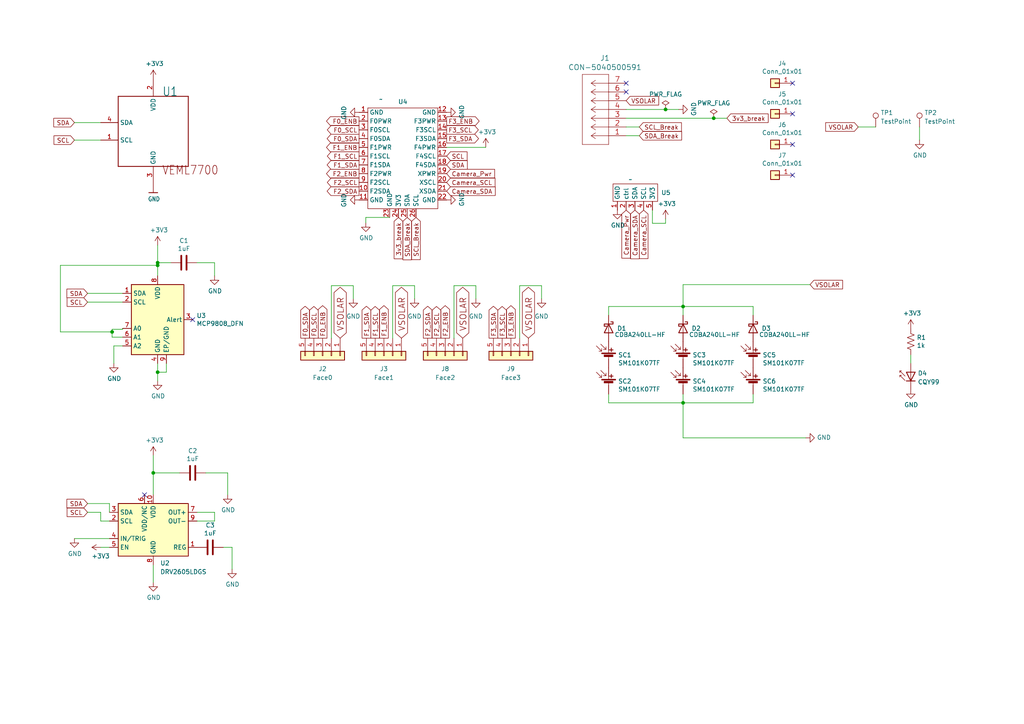
<source format=kicad_sch>
(kicad_sch (version 20230121) (generator eeschema)
  (paper "A4")
  (title_block (title "Solar Panel Board -Z") (date "2023-03-20") (rev "V3") (company "CPP BroncoSpace"))
  (lib_symbols
    (symbol "Adafruit VEML7700-eagle-import:GND" (power)
      (property "Value" "GND" (at -1.524 -2.54 0))
      (symbol "GND_1_0"
        (polyline (pts (xy -1.27 0) (xy 1.27 0)) (stroke (width 0.254)))
        (pin power_in line (at 0 2.54 270) (length 2.54) (name "GND") (number "1"))
      )
    )
    (symbol "Adafruit VEML7700-eagle-import:VEML7700"
      (property "Reference" "IC" (at 2.54 10.16 0))
      (symbol "VEML7700_1_0"
        (polyline (pts (xy -10.16 -10.16) (xy -10.16 10.16)) (stroke (width 0.254)))
        (polyline (pts (xy -10.16 10.16) (xy 10.16 10.16)) (stroke (width 0.254)))
        (polyline (pts (xy 10.16 -10.16) (xy -10.16 -10.16)) (stroke (width 0.254)))
        (polyline (pts (xy 10.16 10.16) (xy 10.16 -10.16)) (stroke (width 0.254)))
        (text "VEML7700" (at 2.54 -12.7 0) (effects (font (size 2.54 2.159)) (justify left bottom)))
        (pin bidirectional line (at -15.24 -2.54 0) (length 5.08) (name "SCL") (number "1"))
        (pin power_in line (at 0 15.24 270) (length 5.08) (name "VDD") (number "2"))
        (pin power_in line (at 0 -15.24 90) (length 5.08) (name "GND") (number "3"))
        (pin bidirectional line (at -15.24 2.54 0) (length 5.08) (name "SDA") (number "4"))
      )
    )
    (symbol "Connector:TestPoint" (pin_numbers hide) (pin_names (offset 0.762) hide)
      (property "Reference" "TP" (at 0 6.858 0))
      (property "Value" "TestPoint" (at 0 5.08 0))
      (symbol "TestPoint_0_1"
        (circle (center 0 3.302) (radius 0.762))
      )
      (symbol "TestPoint_1_1"
        (pin passive line (at 0 0 90) (length 2.54) (name "1") (number "1"))
      )
    )
    (symbol "Connector_Generic:Conn_01x01" (pin_names (offset 1.016) hide)
      (property "Reference" "J" (at 0 2.54 0))
      (property "Value" "Conn_01x01" (at 0 -2.54 0))
      (symbol "Conn_01x01_1_1"
        (rectangle (start -1.27 0.127) (end 0 -0.127) (stroke (width 0.1524)))
        (rectangle (start -1.27 1.27) (end 1.27 -1.27) (stroke (width 0.254)) (fill (type background)))
        (pin passive line (at -5.08 0 0) (length 3.81) (name "Pin_1") (number "1"))
      )
    )
    (symbol "Device:C" (pin_numbers hide) (pin_names (offset 0.254))
      (property "Reference" "C" (at 0.635 2.54 0))
      (property "Value" "C" (at 0.635 -2.54 0))
      (symbol "C_0_1"
        (polyline (pts (xy -2.032 -0.762) (xy 2.032 -0.762)) (stroke (width 0.508)))
        (polyline (pts (xy -2.032 0.762) (xy 2.032 0.762)) (stroke (width 0.508)))
      )
      (symbol "C_1_1"
        (pin passive line (at 0 3.81 270) (length 2.794) (name "~") (number "1"))
        (pin passive line (at 0 -3.81 90) (length 2.794) (name "~") (number "2"))
      )
    )
    (symbol "Device:D_Schottky" (pin_numbers hide) (pin_names (offset 1.016) hide)
      (property "Reference" "D" (at 0 2.54 0))
      (property "Value" "D_Schottky" (at 0 -2.54 0))
      (symbol "D_Schottky_0_1"
        (polyline (pts (xy 1.27 0) (xy -1.27 0)))
        (polyline (pts (xy 1.27 1.27) (xy 1.27 -1.27) (xy -1.27 0) (xy 1.27 1.27)) (stroke (width 0.254)))
        (polyline (pts (xy -1.905 0.635) (xy -1.905 1.27) (xy -1.27 1.27) (xy -1.27 -1.27) (xy -0.635 -1.27) (xy -0.635 -0.635)) (stroke (width 0.254)))
      )
      (symbol "D_Schottky_1_1"
        (pin passive line (at -3.81 0 0) (length 2.54) (name "K") (number "1"))
        (pin passive line (at 3.81 0 180) (length 2.54) (name "A") (number "2"))
      )
    )
    (symbol "Device:R_US" (pin_numbers hide) (pin_names (offset 0))
      (property "Reference" "R" (at 2.54 0 90))
      (property "Value" "R_US" (at -2.54 0 90))
      (symbol "R_US_0_1"
        (polyline (pts (xy 0 -2.286) (xy 0 -2.54)))
        (polyline (pts (xy 0 2.286) (xy 0 2.54)))
        (polyline (pts (xy 0 -0.762) (xy 1.016 -1.143) (xy 0 -1.524) (xy -1.016 -1.905) (xy 0 -2.286)))
        (polyline (pts (xy 0 0.762) (xy 1.016 0.381) (xy 0 0) (xy -1.016 -0.381) (xy 0 -0.762)))
        (polyline (pts (xy 0 2.286) (xy 1.016 1.905) (xy 0 1.524) (xy -1.016 1.143) (xy 0 0.762)))
      )
      (symbol "R_US_1_1"
        (pin passive line (at 0 3.81 270) (length 1.27) (name "~") (number "1"))
        (pin passive line (at 0 -3.81 90) (length 1.27) (name "~") (number "2"))
      )
    )
    (symbol "Device:Solar_Cell" (pin_numbers hide) (pin_names (offset 0) hide)
      (property "Reference" "SC" (at 2.54 2.54 0))
      (property "Value" "Solar_Cell" (at 2.54 0 0))
      (symbol "Solar_Cell_0_1"
        (rectangle (start -2.032 1.778) (end 2.032 1.524) (fill (type outline)))
        (rectangle (start -1.3208 1.1938) (end 1.27 0.6858) (fill (type outline)))
        (polyline (pts (xy -2.032 2.286) (xy -3.556 3.81)))
        (polyline (pts (xy -0.762 2.794) (xy -2.286 4.318)))
        (polyline (pts (xy 0 0.762) (xy 0 0)))
        (polyline (pts (xy 0 1.778) (xy 0 2.54)))
        (polyline (pts (xy 0.254 2.667) (xy 1.27 2.667)) (stroke (width 0.254)))
        (polyline (pts (xy 0.762 3.175) (xy 0.762 2.159)) (stroke (width 0.254)))
        (polyline (pts (xy -2.032 3.048) (xy -2.032 2.286) (xy -2.794 2.286)))
        (polyline (pts (xy -0.762 3.556) (xy -0.762 2.794) (xy -1.524 2.794)))
      )
      (symbol "Solar_Cell_1_1"
        (pin passive line (at 0 5.08 270) (length 2.54) (name "+") (number "1"))
        (pin passive line (at 0 -2.54 90) (length 2.54) (name "-") (number "2"))
      )
    )
    (symbol "Driver_Haptic:DRV2605LDGS"
      (property "Reference" "U" (at -10.16 8.255 0))
      (property "Value" "DRV2605LDGS" (at 2.54 -8.89 0))
      (symbol "DRV2605LDGS_0_1"
        (rectangle (start -10.16 7.62) (end 10.16 -7.62) (stroke (width 0.254)) (fill (type background)))
      )
      (symbol "DRV2605LDGS_1_1"
        (pin passive line (at 12.7 -5.08 180) (length 2.54) (name "REG") (number "1"))
        (pin power_in line (at 0 10.16 270) (length 2.54) (name "VDD") (number "10"))
        (pin input line (at -12.7 2.54 0) (length 2.54) (name "SCL") (number "2"))
        (pin bidirectional line (at -12.7 5.08 0) (length 2.54) (name "SDA") (number "3"))
        (pin input line (at -12.7 -2.54 0) (length 2.54) (name "IN/TRIG") (number "4"))
        (pin input line (at -12.7 -5.08 0) (length 2.54) (name "EN") (number "5"))
        (pin power_in line (at -2.54 10.16 270) (length 2.54) (name "VDD/NC") (number "6"))
        (pin output line (at 12.7 5.08 180) (length 2.54) (name "OUT+") (number "7"))
        (pin power_in line (at 0 -10.16 90) (length 2.54) (name "GND") (number "8"))
        (pin output line (at 12.7 2.54 180) (length 2.54) (name "OUT-") (number "9"))
      )
    )
    (symbol "LED:CQY99" (pin_numbers hide) (pin_names (offset 1.016) hide)
      (property "Reference" "D" (at 0.508 1.778 0))
      (property "Value" "CQY99" (at -1.016 -2.794 0))
      (symbol "CQY99_0_1"
        (polyline (pts (xy -2.54 1.27) (xy -2.54 -1.27)) (stroke (width 0.254)))
        (polyline (pts (xy 0 0) (xy -2.54 0)))
        (polyline (pts (xy 0.381 3.175) (xy -0.127 3.175)))
        (polyline (pts (xy -1.143 1.651) (xy 0.381 3.175) (xy 0.381 2.667)))
        (polyline (pts (xy 0 -1.27) (xy -2.54 0) (xy 0 1.27) (xy 0 -1.27)) (stroke (width 0.254)))
        (polyline (pts (xy -2.413 1.651) (xy -0.889 3.175) (xy -0.889 2.667) (xy -0.889 3.175) (xy -1.397 3.175)))
      )
      (symbol "CQY99_1_1"
        (pin passive line (at -5.08 0 0) (length 2.54) (name "K") (number "1"))
        (pin passive line (at 2.54 0 180) (length 2.54) (name "A") (number "2"))
      )
    )
    (symbol "Max_Lib:Connector_Generic_Conn_01x05" (pin_names (offset 1.016) hide)
      (property "Reference" "J" (at 0 7.62 0))
      (property "Value" "Connector_Generic_Conn_01x05" (at 0 -7.62 0))
      (symbol "Connector_Generic_Conn_01x05_1_1"
        (rectangle (start -1.27 -4.953) (end 0 -5.207) (stroke (width 0.1524)))
        (rectangle (start -1.27 -2.413) (end 0 -2.667) (stroke (width 0.1524)))
        (rectangle (start -1.27 0.127) (end 0 -0.127) (stroke (width 0.1524)))
        (rectangle (start -1.27 2.667) (end 0 2.413) (stroke (width 0.1524)))
        (rectangle (start -1.27 5.207) (end 0 4.953) (stroke (width 0.1524)))
        (rectangle (start -1.27 6.35) (end 1.27 -6.35) (stroke (width 0.254)) (fill (type background)))
        (pin passive line (at -5.08 5.08 0) (length 3.81) (name "Pin_1") (number "1"))
        (pin passive line (at -5.08 2.54 0) (length 3.81) (name "Pin_2") (number "2"))
        (pin passive line (at -5.08 0 0) (length 3.81) (name "Pin_3") (number "3"))
        (pin passive line (at -5.08 -2.54 0) (length 3.81) (name "Pin_4") (number "4"))
        (pin passive line (at -5.08 -5.08 0) (length 3.81) (name "Pin_5") (number "5"))
      )
    )
    (symbol "Sensor_Temperature:MCP9808_DFN"
      (property "Reference" "U" (at -6.35 11.43 0))
      (property "Value" "MCP9808_DFN" (at 10.16 11.43 0))
      (symbol "MCP9808_DFN_0_1"
        (rectangle (start -7.62 10.16) (end 7.62 -10.16) (stroke (width 0.254)) (fill (type background)))
      )
      (symbol "MCP9808_DFN_1_1"
        (pin bidirectional line (at -10.16 7.62 0) (length 2.54) (name "SDA") (number "1"))
        (pin input line (at -10.16 5.08 0) (length 2.54) (name "SCL") (number "2"))
        (pin output line (at 10.16 0 180) (length 2.54) (name "Alert") (number "3"))
        (pin power_in line (at 0 -12.7 90) (length 2.54) (name "GND") (number "4"))
        (pin input line (at -10.16 -7.62 0) (length 2.54) (name "A2") (number "5"))
        (pin input line (at -10.16 -5.08 0) (length 2.54) (name "A1") (number "6"))
        (pin input line (at -10.16 -2.54 0) (length 2.54) (name "A0") (number "7"))
        (pin power_in line (at 0 12.7 270) (length 2.54) (name "VDD") (number "8"))
        (pin power_in line (at 2.54 -12.7 90) (length 2.54) (name "EP/GND") (number "9"))
      )
    )
    (symbol "camera_daughter:camera_daughter"
      (property "Reference" "U5" (at 8.128 -3.81 0))
      (property "Value" "~" (at 0 0 0))
      (symbol "camera_daughter_0_1"
        (rectangle (start -5.08 -1.27) (end 7.874 -6.35))
      )
      (symbol "camera_daughter_1_1"
        (pin input line (at -3.81 -8.89 90) (length 2.54) (name "GND") (number "1"))
        (pin input line (at -1.27 -8.89 90) (length 2.54) (name "ctrl") (number "2"))
        (pin input line (at 1.27 -8.89 90) (length 2.54) (name "SDA") (number "3"))
        (pin input line (at 3.81 -8.89 90) (length 2.54) (name "SCL") (number "4"))
        (pin input line (at 6.35 -8.89 90) (length 2.54) (name "3V3") (number "5"))
      )
    )
    (symbol "mux_driver:mux_driver_v1"
      (property "Reference" "U" (at 0 15.24 0))
      (symbol "mux_driver_v1_0_0"
        (text "" (at -6.35 -11.43 0) (effects (font (size 1.27 1.27))))
        (text "" (at 6.35 -11.43 0) (effects (font (size 1.27 1.27))))
      )
      (symbol "mux_driver_v1_1_1"
        (rectangle (start -10.16 13.97) (end 10.16 -15.24))
        (pin input line (at -12.7 12.7 0) (length 2.54) (name "GND") (number "1"))
        (pin input line (at -12.7 -10.16 0) (length 2.54) (name "F2SDA") (number "10"))
        (pin input line (at -12.7 -12.7 0) (length 2.54) (name "GND") (number "11"))
        (pin input line (at 12.7 12.7 180) (length 2.54) (name "GND") (number "12"))
        (pin input line (at 12.7 10.16 180) (length 2.54) (name "F3PWR") (number "13"))
        (pin input line (at 12.7 7.62 180) (length 2.54) (name "F3SCL") (number "14"))
        (pin input line (at 12.7 5.08 180) (length 2.54) (name "F3SDA") (number "15"))
        (pin input line (at 12.7 2.54 180) (length 2.54) (name "F4PWR") (number "16"))
        (pin input line (at 12.7 0 180) (length 2.54) (name "F4SCL") (number "17"))
        (pin input line (at 12.7 -2.54 180) (length 2.54) (name "F4SDA") (number "18"))
        (pin input line (at 12.7 -5.08 180) (length 2.54) (name "XPWR") (number "19"))
        (pin input line (at -12.7 10.16 0) (length 2.54) (name "F0PWR") (number "2"))
        (pin input line (at 12.7 -7.62 180) (length 2.54) (name "XSCL") (number "20"))
        (pin input line (at 12.7 -10.16 180) (length 2.54) (name "XSDA") (number "21"))
        (pin input line (at 12.7 -12.7 180) (length 2.54) (name "GND") (number "22"))
        (pin input line (at -3.81 -17.78 90) (length 2.54) (name "GND") (number "23"))
        (pin input line (at -1.27 -17.78 90) (length 2.54) (name "3V3") (number "24"))
        (pin input line (at 1.27 -17.78 90) (length 2.54) (name "SDA") (number "25"))
        (pin input line (at 3.81 -17.78 90) (length 2.54) (name "SCL") (number "26"))
        (pin input line (at -12.7 7.62 0) (length 2.54) (name "F0SCL") (number "3"))
        (pin input line (at -12.7 5.08 0) (length 2.54) (name "F0SDA") (number "4"))
        (pin input line (at -12.7 2.54 0) (length 2.54) (name "F1PWR") (number "5"))
        (pin input line (at -12.7 0 0) (length 2.54) (name "F1SCL") (number "6"))
        (pin input line (at -12.7 -2.54 0) (length 2.54) (name "F1SDA") (number "7"))
        (pin input line (at -12.7 -5.08 0) (length 2.54) (name "F2PWR") (number "8"))
        (pin input line (at -12.7 -7.62 0) (length 2.54) (name "F2SCL") (number "9"))
      )
    )
    (symbol "power:GND" (power) (pin_names (offset 0))
      (property "Value" "GND" (at 0 -3.81 0))
      (symbol "GND_0_1"
        (polyline (pts (xy 0 0) (xy 0 -1.27) (xy 1.27 -1.27) (xy 0 -2.54) (xy -1.27 -1.27) (xy 0 -1.27)))
      )
      (symbol "GND_1_1"
        (pin power_in line (at 0 0 270) (length 0) hide (name "GND") (number "1"))
      )
    )
    (symbol "power:PWR_FLAG" (power) (pin_numbers hide) (pin_names (offset 0) hide)
      (property "Value" "PWR_FLAG" (at 0 3.81 0))
      (symbol "PWR_FLAG_0_0"
        (pin power_out line (at 0 0 90) (length 0) (name "pwr") (number "1"))
      )
      (symbol "PWR_FLAG_0_1"
        (polyline (pts (xy 0 0) (xy 0 1.27) (xy -1.016 1.905) (xy 0 2.54) (xy 1.016 1.905) (xy 0 1.27)))
      )
    )
    (symbol "solar-panel-side-Z-rescue:+3.3V-power" (power) (pin_names (offset 0))
      (property "Value" "+3.3V-power" (at 0 3.556 0))
      (symbol "+3.3V-power_0_1"
        (polyline (pts (xy -0.762 1.27) (xy 0 2.54)))
        (polyline (pts (xy 0 0) (xy 0 2.54)))
        (polyline (pts (xy 0 2.54) (xy 0.762 1.27)))
      )
      (symbol "+3.3V-power_1_1"
        (pin power_in line (at 0 0 90) (length 0) hide (name "+3V3") (number "1"))
      )
    )
    (symbol "solar-panel-side-Z-rescue:CON-5040500591-ExtraComponents" (pin_names (offset 0.254) hide)
      (property "Reference" "J" (at 8.89 6.35 0))
      (property "Value" "CON-5040500591-ExtraComponents" (at 10.16 -7.62 0))
      (symbol "CON-5040500591-ExtraComponents_1_1"
        (polyline (pts (xy 5.08 -17.78) (xy 12.7 -17.78)) (stroke (width 0.127)))
        (polyline (pts (xy 5.08 2.54) (xy 5.08 -17.78)) (stroke (width 0.127)))
        (polyline (pts (xy 10.16 -15.24) (xy 5.08 -15.24)) (stroke (width 0.127)))
        (polyline (pts (xy 10.16 -15.24) (xy 8.89 -16.0782)) (stroke (width 0.127)))
        (polyline (pts (xy 10.16 -15.24) (xy 8.89 -14.4018)) (stroke (width 0.127)))
        (polyline (pts (xy 10.16 -12.7) (xy 5.08 -12.7)) (stroke (width 0.127)))
        (polyline (pts (xy 10.16 -12.7) (xy 8.89 -13.5382)) (stroke (width 0.127)))
        (polyline (pts (xy 10.16 -12.7) (xy 8.89 -11.8618)) (stroke (width 0.127)))
        (polyline (pts (xy 10.16 -10.16) (xy 5.08 -10.16)) (stroke (width 0.127)))
        (polyline (pts (xy 10.16 -10.16) (xy 8.89 -10.9982)) (stroke (width 0.127)))
        (polyline (pts (xy 10.16 -10.16) (xy 8.89 -9.3218)) (stroke (width 0.127)))
        (polyline (pts (xy 10.16 -7.62) (xy 5.08 -7.62)) (stroke (width 0.127)))
        (polyline (pts (xy 10.16 -7.62) (xy 8.89 -8.4582)) (stroke (width 0.127)))
        (polyline (pts (xy 10.16 -7.62) (xy 8.89 -6.7818)) (stroke (width 0.127)))
        (polyline (pts (xy 10.16 -5.08) (xy 5.08 -5.08)) (stroke (width 0.127)))
        (polyline (pts (xy 10.16 -5.08) (xy 8.89 -5.9182)) (stroke (width 0.127)))
        (polyline (pts (xy 10.16 -5.08) (xy 8.89 -4.2418)) (stroke (width 0.127)))
        (polyline (pts (xy 10.16 -2.54) (xy 5.08 -2.54)) (stroke (width 0.127)))
        (polyline (pts (xy 10.16 -2.54) (xy 8.89 -3.3782)) (stroke (width 0.127)))
        (polyline (pts (xy 10.16 -2.54) (xy 8.89 -1.7018)) (stroke (width 0.127)))
        (polyline (pts (xy 10.16 0) (xy 5.08 0)) (stroke (width 0.127)))
        (polyline (pts (xy 10.16 0) (xy 8.89 -0.8382)) (stroke (width 0.127)))
        (polyline (pts (xy 10.16 0) (xy 8.89 0.8382)) (stroke (width 0.127)))
        (polyline (pts (xy 12.7 -17.78) (xy 12.7 2.54)) (stroke (width 0.127)))
        (polyline (pts (xy 12.7 2.54) (xy 5.08 2.54)) (stroke (width 0.127)))
        (pin unspecified line (at 0 0 0) (length 5.08) (name "1") (number "1"))
        (pin unspecified line (at 0 -2.54 0) (length 5.08) (name "2") (number "2"))
        (pin unspecified line (at 0 -5.08 0) (length 5.08) (name "3") (number "3"))
        (pin unspecified line (at 0 -7.62 0) (length 5.08) (name "4") (number "4"))
        (pin unspecified line (at 0 -10.16 0) (length 5.08) (name "5") (number "5"))
        (pin unspecified line (at 0 -12.7 0) (length 5.08) (name "6") (number "6"))
        (pin unspecified line (at 0 -15.24 0) (length 5.08) (name "7") (number "7"))
      )
    )
  )
  (junction (at 45.72 107.95))
  (junction (at 32.512 96.266))
  (junction (at 44.45 137.16))
  (junction (at 198.12 88.9))
  (junction (at 198.12 116.84))
  (junction (at 193.04 31.75))
  (junction (at 45.72 76.2))
  (junction (at 207.01 34.29))
  (junction (at 45.72 76.962))
  (no_connect (at 181.61 24.13))
  (no_connect (at 229.87 41.91))
  (no_connect (at 229.87 33.02))
  (no_connect (at 41.91 143.51))
  (no_connect (at 55.88 92.71))
  (no_connect (at 181.61 26.67))
  (no_connect (at 229.87 24.13))
  (no_connect (at 229.87 50.8))
  (wire (pts (xy 25.4 87.63) (xy 35.56 87.63)))
  (wire (pts (xy 157.0736 82.8548) (xy 150.7236 82.8548)))
  (wire (pts (xy 198.12 82.55) (xy 234.95 82.55)))
  (wire (pts (xy 48.26 107.95) (xy 45.72 107.95)))
  (wire (pts (xy 32.512 95.504) (xy 35.56 95.504)))
  (wire (pts (xy 106.0958 63.0682) (xy 113.03 63.0682)))
  (wire (pts (xy 181.61 34.29) (xy 207.01 34.29)))
  (wire (pts (xy 181.61 36.83) (xy 185.42 36.83)))
  (wire (pts (xy 189.23 60.96) (xy 189.23 64.77)))
  (wire (pts (xy 29.21 148.59) (xy 29.21 151.13)))
  (wire (pts (xy 44.45 137.16) (xy 44.45 143.51)))
  (wire (pts (xy 140.8938 42.672) (xy 140.8684 42.672)))
  (wire (pts (xy 193.04 64.77) (xy 193.04 63.5)))
  (wire (pts (xy 31.75 146.05) (xy 31.75 148.59)))
  (wire (pts (xy 62.23 76.2) (xy 62.23 80.01)))
  (wire (pts (xy 198.12 116.84) (xy 218.44 116.84)))
  (wire (pts (xy 120.2436 86.6648) (xy 120.2436 82.8548)))
  (wire (pts (xy 140.8684 42.7482) (xy 129.54 42.7482)))
  (wire (pts (xy 45.72 76.2) (xy 45.72 76.962)))
  (wire (pts (xy 17.526 76.962) (xy 17.526 96.266)))
  (wire (pts (xy 254 36.83) (xy 248.92 36.83)))
  (wire (pts (xy 48.26 105.41) (xy 48.26 107.95)))
  (wire (pts (xy 44.45 163.83) (xy 44.45 168.91)))
  (wire (pts (xy 45.72 76.962) (xy 17.526 76.962)))
  (wire (pts (xy 29.21 35.56) (xy 21.59 35.56)))
  (wire (pts (xy 198.12 91.44) (xy 198.12 88.9)))
  (wire (pts (xy 32.512 96.266) (xy 32.512 95.504)))
  (wire (pts (xy 57.15 151.13) (xy 62.23 151.13)))
  (wire (pts (xy 198.12 88.9) (xy 218.44 88.9)))
  (wire (pts (xy 25.4 85.09) (xy 35.56 85.09)))
  (wire (pts (xy 57.15 148.59) (xy 62.23 148.59)))
  (wire (pts (xy 35.56 97.79) (xy 32.512 97.79)))
  (wire (pts (xy 140.8684 42.672) (xy 140.8684 42.7482)))
  (wire (pts (xy 102.4636 86.6648) (xy 102.4636 82.8548)))
  (wire (pts (xy 25.4 148.59) (xy 29.21 148.59)))
  (wire (pts (xy 45.72 76.2) (xy 49.53 76.2)))
  (wire (pts (xy 45.72 107.95) (xy 45.72 110.49)))
  (wire (pts (xy 21.59 40.64) (xy 29.21 40.64)))
  (wire (pts (xy 181.61 31.75) (xy 193.04 31.75)))
  (wire (pts (xy 193.04 31.75) (xy 196.85 31.75)))
  (wire (pts (xy 198.12 127) (xy 233.68 127)))
  (wire (pts (xy 176.53 88.9) (xy 198.12 88.9)))
  (wire (pts (xy 189.23 64.77) (xy 193.04 64.77)))
  (wire (pts (xy 131.6736 98.0948) (xy 131.6736 82.8548)))
  (wire (pts (xy 113.8936 82.8548) (xy 113.8936 98.0948)))
  (wire (pts (xy 29.21 158.75) (xy 31.75 158.75)))
  (wire (pts (xy 45.72 76.962) (xy 45.72 80.01)))
  (wire (pts (xy 25.4 146.05) (xy 31.75 146.05)))
  (wire (pts (xy 198.12 127) (xy 198.12 116.84)))
  (wire (pts (xy 131.6736 82.8548) (xy 138.0236 82.8548)))
  (wire (pts (xy 44.45 137.16) (xy 52.07 137.16)))
  (wire (pts (xy 176.53 116.84) (xy 198.12 116.84)))
  (wire (pts (xy 45.72 71.12) (xy 45.72 76.2)))
  (wire (pts (xy 198.12 116.84) (xy 198.12 114.3)))
  (wire (pts (xy 59.69 137.16) (xy 66.04 137.16)))
  (wire (pts (xy 181.61 39.37) (xy 185.42 39.37)))
  (wire (pts (xy 150.7236 82.8548) (xy 150.7236 98.0948)))
  (wire (pts (xy 120.2436 82.8548) (xy 113.8936 82.8548)))
  (wire (pts (xy 66.04 137.16) (xy 66.04 143.51)))
  (wire (pts (xy 29.21 151.13) (xy 31.75 151.13)))
  (wire (pts (xy 17.526 96.266) (xy 32.512 96.266)))
  (wire (pts (xy 64.77 158.75) (xy 67.31 158.75)))
  (wire (pts (xy 207.01 34.29) (xy 210.82 34.29)))
  (wire (pts (xy 176.53 88.9) (xy 176.53 91.44)))
  (wire (pts (xy 198.12 88.9) (xy 198.12 82.55)))
  (wire (pts (xy 218.44 116.84) (xy 218.44 114.3)))
  (wire (pts (xy 96.1136 82.8548) (xy 96.1136 98.0948)))
  (wire (pts (xy 62.23 151.13) (xy 62.23 148.59)))
  (wire (pts (xy 264.16 105.41) (xy 264.16 102.87)))
  (wire (pts (xy 44.45 132.08) (xy 44.45 137.16)))
  (wire (pts (xy 218.44 91.44) (xy 218.44 88.9)))
  (wire (pts (xy 138.0236 82.8548) (xy 138.0236 86.6648)))
  (wire (pts (xy 35.56 95.504) (xy 35.56 95.25)))
  (wire (pts (xy 21.59 156.21) (xy 31.75 156.21)))
  (wire (pts (xy 106.0958 64.6176) (xy 106.0958 63.0682)))
  (wire (pts (xy 32.512 97.79) (xy 32.512 96.266)))
  (wire (pts (xy 67.31 158.75) (xy 67.31 165.1)))
  (wire (pts (xy 33.02 100.33) (xy 33.02 105.41)))
  (wire (pts (xy 45.72 105.41) (xy 45.72 107.95)))
  (wire (pts (xy 102.4636 82.8548) (xy 96.1136 82.8548)))
  (wire (pts (xy 35.56 100.33) (xy 33.02 100.33)))
  (wire (pts (xy 157.0736 86.6648) (xy 157.0736 82.8548)))
  (wire (pts (xy 57.15 76.2) (xy 62.23 76.2)))
  (wire (pts (xy 266.7 36.83) (xy 266.7 40.64)))
  (wire (pts (xy 176.53 116.84) (xy 176.53 114.3)))
  (global_label "SDA" (shape input) (at 21.59 35.56 180) (property "Intersheetrefs" "${INTERSHEET_REFS}" (effects hide)))
  (global_label "F3_SDA" (shape output) (at 129.54 40.2082 0) (property "Intersheetrefs" "${INTERSHEET_REFS}" (effects hide)))
  (global_label "SCL" (shape input) (at 25.4 87.63 180) (property "Intersheetrefs" "${INTERSHEET_REFS}" (effects hide)))
  (global_label "F0_ENB" (shape output) (at 93.5736 98.0948 90) (property "Intersheetrefs" "${INTERSHEET_REFS}" (effects hide)))
  (global_label "Camera_SDA" (shape input) (at 184.15 60.96 270) (property "Intersheetrefs" "${INTERSHEET_REFS}" (effects hide)))
  (global_label "F3_SCL" (shape output) (at 145.6436 98.0948 90) (property "Intersheetrefs" "${INTERSHEET_REFS}" (effects hide)))
  (global_label "3v3_break" (shape input) (at 210.82 34.29 0) (property "Intersheetrefs" "${INTERSHEET_REFS}" (effects hide)))
  (global_label "SCL_Break" (shape input) (at 120.65 63.0682 270) (property "Intersheetrefs" "${INTERSHEET_REFS}" (effects hide)))
  (global_label "F1_SCL" (shape output) (at 104.14 45.2882 180) (property "Intersheetrefs" "${INTERSHEET_REFS}" (effects hide)))
  (global_label "SDA" (shape input) (at 129.54 47.8282 0) (property "Intersheetrefs" "${INTERSHEET_REFS}" (effects hide)))
  (global_label "F0_SDA" (shape output) (at 88.4936 98.0948 90) (property "Intersheetrefs" "${INTERSHEET_REFS}" (effects hide)))
  (global_label "VSOLAR" (shape bidirectional) (at 153.2636 98.0948 90) (effects (font (size 1.778 1.778))) (property "Intersheetrefs" "${INTERSHEET_REFS}" (effects hide)))
  (global_label "Camera_SDA" (shape input) (at 129.54 55.4482 0) (property "Intersheetrefs" "${INTERSHEET_REFS}" (effects hide)))
  (global_label "F2_ENB" (shape output) (at 129.1336 98.0948 90) (property "Intersheetrefs" "${INTERSHEET_REFS}" (effects hide)))
  (global_label "VSOLAR" (shape bidirectional) (at 134.2136 98.0948 90) (effects (font (size 1.778 1.778))) (property "Intersheetrefs" "${INTERSHEET_REFS}" (effects hide)))
  (global_label "SDA_Break" (shape input) (at 118.11 63.0682 270) (property "Intersheetrefs" "${INTERSHEET_REFS}" (effects hide)))
  (global_label "F1_SDA" (shape output) (at 106.2736 98.0948 90) (property "Intersheetrefs" "${INTERSHEET_REFS}" (effects hide)))
  (global_label "SDA_Break" (shape input) (at 185.42 39.37 0) (property "Intersheetrefs" "${INTERSHEET_REFS}" (effects hide)))
  (global_label "VSOLAR" (shape input) (at 234.95 82.55 0) (property "Intersheetrefs" "${INTERSHEET_REFS}" (effects hide)))
  (global_label "F2_SDA" (shape output) (at 124.0536 98.0948 90) (property "Intersheetrefs" "${INTERSHEET_REFS}" (effects hide)))
  (global_label "F2_ENB" (shape output) (at 104.14 50.3682 180) (property "Intersheetrefs" "${INTERSHEET_REFS}" (effects hide)))
  (global_label "F3_ENB" (shape output) (at 129.54 35.1282 0) (property "Intersheetrefs" "${INTERSHEET_REFS}" (effects hide)))
  (global_label "F0_SCL" (shape output) (at 91.0336 98.0948 90) (property "Intersheetrefs" "${INTERSHEET_REFS}" (effects hide)))
  (global_label "SCL" (shape input) (at 25.4 148.59 180) (property "Intersheetrefs" "${INTERSHEET_REFS}" (effects hide)))
  (global_label "F0_SDA" (shape output) (at 104.14 40.2082 180) (property "Intersheetrefs" "${INTERSHEET_REFS}" (effects hide)))
  (global_label "F1_ENB" (shape output) (at 111.3536 98.0948 90) (property "Intersheetrefs" "${INTERSHEET_REFS}" (effects hide)))
  (global_label "F2_SCL" (shape output) (at 104.14 52.9082 180) (property "Intersheetrefs" "${INTERSHEET_REFS}" (effects hide)))
  (global_label "SCL" (shape input) (at 21.59 40.64 180) (property "Intersheetrefs" "${INTERSHEET_REFS}" (effects hide)))
  (global_label "Camera_SCL" (shape input) (at 129.54 52.9082 0) (property "Intersheetrefs" "${INTERSHEET_REFS}" (effects hide)))
  (global_label "F1_ENB" (shape output) (at 104.14 42.7482 180) (property "Intersheetrefs" "${INTERSHEET_REFS}" (effects hide)))
  (global_label "F3_SDA" (shape output) (at 143.1036 98.0948 90) (property "Intersheetrefs" "${INTERSHEET_REFS}" (effects hide)))
  (global_label "F2_SCL" (shape output) (at 126.5936 98.0948 90) (property "Intersheetrefs" "${INTERSHEET_REFS}" (effects hide)))
  (global_label "F3_ENB" (shape output) (at 148.1836 98.0948 90) (property "Intersheetrefs" "${INTERSHEET_REFS}" (effects hide)))
  (global_label "3v3_break" (shape input) (at 115.57 63.0682 270) (property "Intersheetrefs" "${INTERSHEET_REFS}" (effects hide)))
  (global_label "Camera_Pwr" (shape input) (at 129.54 50.3682 0) (property "Intersheetrefs" "${INTERSHEET_REFS}" (effects hide)))
  (global_label "SDA" (shape input) (at 25.4 146.05 180) (property "Intersheetrefs" "${INTERSHEET_REFS}" (effects hide)))
  (global_label "F2_SDA" (shape output) (at 104.14 55.4482 180) (property "Intersheetrefs" "${INTERSHEET_REFS}" (effects hide)))
  (global_label "Camera_SCL" (shape input) (at 186.69 60.96 270) (property "Intersheetrefs" "${INTERSHEET_REFS}" (effects hide)))
  (global_label "F3_SCL" (shape output) (at 129.54 37.6682 0) (property "Intersheetrefs" "${INTERSHEET_REFS}" (effects hide)))
  (global_label "SCL" (shape input) (at 129.54 45.2882 0) (property "Intersheetrefs" "${INTERSHEET_REFS}" (effects hide)))
  (global_label "VSOLAR" (shape input) (at 248.92 36.83 180) (property "Intersheetrefs" "${INTERSHEET_REFS}" (effects hide)))
  (global_label "VSOLAR" (shape bidirectional) (at 116.4336 98.0948 90) (effects (font (size 1.778 1.778))) (property "Intersheetrefs" "${INTERSHEET_REFS}" (effects hide)))
  (global_label "Camera_Pwr" (shape input) (at 181.61 60.96 270) (property "Intersheetrefs" "${INTERSHEET_REFS}" (effects hide)))
  (global_label "SDA" (shape input) (at 25.4 85.09 180) (property "Intersheetrefs" "${INTERSHEET_REFS}" (effects hide)))
  (global_label "F1_SDA" (shape output) (at 104.14 47.8282 180) (property "Intersheetrefs" "${INTERSHEET_REFS}" (effects hide)))
  (global_label "VSOLAR" (shape bidirectional) (at 98.6536 98.0948 90) (effects (font (size 1.778 1.778))) (property "Intersheetrefs" "${INTERSHEET_REFS}" (effects hide)))
  (global_label "F0_SCL" (shape output) (at 104.14 37.6682 180) (property "Intersheetrefs" "${INTERSHEET_REFS}" (effects hide)))
  (global_label "F0_ENB" (shape output) (at 104.14 35.1282 180) (property "Intersheetrefs" "${INTERSHEET_REFS}" (effects hide)))
  (global_label "F1_SCL" (shape output) (at 108.8136 98.0948 90) (property "Intersheetrefs" "${INTERSHEET_REFS}" (effects hide)))
  (global_label "SCL_Break" (shape input) (at 185.42 36.83 0) (property "Intersheetrefs" "${INTERSHEET_REFS}" (effects hide)))
  (global_label "VSOLAR" (shape input) (at 181.61 29.21 0) (property "Intersheetrefs" "${INTERSHEET_REFS}" (effects hide)))
  (symbol (lib_id "Device:D_Schottky") (at 176.53 95.25 270) (unit 1)
    (property "Reference" "D1" (at 180.34 95.25 90))
    (property "Value" "CDBA240LL-HF" (at 193.04 97.79 90) (effects (justify right bottom)))
    (property "Footprint" "SolarPanelBoards:DO-214AC" (effects hide))
  )
  (symbol (lib_id "Device:Solar_Cell") (at 176.53 111.76 0) (unit 1)
    (property "Reference" "SC2" (at 179.2732 110.5916 0) (effects (justify left)))
    (property "Value" "SM101K07TF" (at 179.2732 112.903 0) (effects (justify left)))
    (property "Footprint" "SolarPanelBoards:KXOB101K08F-TR" (effects hide))
  )
  (symbol (lib_id "Device:Solar_Cell") (at 198.12 104.14 0) (unit 1)
    (property "Reference" "SC3" (at 200.8632 102.9716 0) (effects (justify left)))
    (property "Value" "SM101K07TF" (at 200.8632 105.283 0) (effects (justify left)))
    (property "Footprint" "SolarPanelBoards:KXOB101K08F-TR" (effects hide))
  )
  (symbol (lib_id "Device:Solar_Cell") (at 198.12 111.76 0) (unit 1)
    (property "Reference" "SC4" (at 200.8632 110.5916 0) (effects (justify left)))
    (property "Value" "SM101K07TF" (at 200.8632 112.903 0) (effects (justify left)))
    (property "Footprint" "SolarPanelBoards:KXOB101K08F-TR" (effects hide))
  )
  (symbol (lib_id "Device:Solar_Cell") (at 176.53 104.14 0) (unit 1)
    (property "Reference" "SC1" (at 179.2732 102.9716 0) (effects (justify left)))
    (property "Value" "SM101K07TF" (at 179.2732 105.283 0) (effects (justify left)))
    (property "Footprint" "SolarPanelBoards:KXOB101K08F-TR" (effects hide))
  )
  (symbol (lib_id "Device:D_Schottky") (at 198.12 95.25 270) (unit 1)
    (property "Reference" "D2" (at 201.93 95.25 90))
    (property "Value" "CDBA240LL-HF" (at 214.63 97.79 90) (effects (justify right bottom)))
    (property "Footprint" "SolarPanelBoards:DO-214AC" (effects hide))
  )
  (symbol (lib_id "power:GND") (at 233.68 127 90) (unit 1)
    (property "Reference" "#PWR023" (effects hide))
    (property "Value" "GND" (at 236.9312 126.873 90) (effects (justify right)))
  )
  (symbol (lib_id "power:PWR_FLAG") (at 207.01 34.29 0) (unit 1)
    (property "Reference" "#FLG02" (effects hide))
    (property "Value" "PWR_FLAG" (at 207.01 29.8958 0))
  )
  (symbol (lib_id "Device:Solar_Cell") (at 218.44 111.76 0) (unit 1)
    (property "Reference" "SC6" (at 221.1832 110.5916 0) (effects (justify left)))
    (property "Value" "SM101K07TF" (at 221.1832 112.903 0) (effects (justify left)))
    (property "Footprint" "SolarPanelBoards:KXOB101K08F-TR" (effects hide))
  )
  (symbol (lib_id "Device:Solar_Cell") (at 218.44 104.14 0) (unit 1)
    (property "Reference" "SC5" (at 221.1832 102.9716 0) (effects (justify left)))
    (property "Value" "SM101K07TF" (at 221.1832 105.283 0) (effects (justify left)))
    (property "Footprint" "SolarPanelBoards:KXOB101K08F-TR" (effects hide))
  )
  (symbol (lib_id "Device:D_Schottky") (at 218.44 95.25 270) (unit 1)
    (property "Reference" "D3" (at 222.25 95.25 90))
    (property "Value" "CDBA240LL-HF" (at 234.95 97.79 90) (effects (justify right bottom)))
    (property "Footprint" "SolarPanelBoards:DO-214AC" (effects hide))
  )
  (symbol (lib_id "solar-panel-side-Z-rescue:CON-5040500591-ExtraComponents") (at 181.61 39.37 180) (unit 1)
    (property "Reference" "J1" (at 175.4632 16.8402 0) (effects (font (size 1.524 1.524))))
    (property "Value" "CON-5040500591" (at 175.4632 19.5326 0) (effects (font (size 1.524 1.524))))
    (property "Footprint" "SolarPanelBoards:CON_5040500591" (effects hide))
  )
  (symbol (lib_id "Connector_Generic:Conn_01x01") (at 224.79 24.13 180) (unit 1)
    (property "Reference" "J4" (at 226.8728 18.415 0))
    (property "Value" "Conn_01x01" (at 226.8728 20.7264 0))
    (property "Footprint" "SolarPanelBoards:MountingHoles" (effects hide))
  )
  (symbol (lib_id "Connector_Generic:Conn_01x01") (at 224.79 33.02 180) (unit 1)
    (property "Reference" "J5" (at 226.8728 27.305 0))
    (property "Value" "Conn_01x01" (at 226.8728 29.6164 0))
    (property "Footprint" "SolarPanelBoards:MountingHoles" (effects hide))
  )
  (symbol (lib_id "Connector_Generic:Conn_01x01") (at 224.79 41.91 180) (unit 1)
    (property "Reference" "J6" (at 226.8728 36.195 0))
    (property "Value" "Conn_01x01" (at 226.8728 38.5064 0))
    (property "Footprint" "SolarPanelBoards:MountingHoles" (effects hide))
  )
  (symbol (lib_id "Connector_Generic:Conn_01x01") (at 224.79 50.8 180) (unit 1)
    (property "Reference" "J7" (at 226.8728 45.085 0))
    (property "Value" "Conn_01x01" (at 226.8728 47.3964 0))
    (property "Footprint" "SolarPanelBoards:MountingHoles" (effects hide))
  )
  (symbol (lib_id "Adafruit VEML7700-eagle-import:VEML7700") (at 44.45 38.1 0) (unit 1)
    (property "Reference" "U1" (at 46.99 27.94 0) (effects (font (size 2.54 2.159)) (justify left bottom)))
    (property "Value" "VEML7700" (effects hide))
    (property "Footprint" "VEML7700-TT:XDCR_VEML7700-TT" (effects hide))
  )
  (symbol (lib_id "power:GND") (at 62.23 80.01 0) (unit 1)
    (property "Reference" "#PWR010" (effects hide))
    (property "Value" "GND" (at 62.357 84.4042 0))
  )
  (symbol (lib_id "Max_Lib:Connector_Generic_Conn_01x05") (at 93.5736 103.1748 270) (unit 1)
    (property "Reference" "J2" (at 93.5736 106.9848 90))
    (property "Value" "Face0" (at 93.5736 109.5248 90))
    (property "Footprint" "SolarPanelBoards:CON_5040500591" (effects hide))
  )
  (symbol (lib_id "Max_Lib:Connector_Generic_Conn_01x05") (at 148.1836 103.1748 270) (unit 1)
    (property "Reference" "J9" (at 148.1836 106.9848 90))
    (property "Value" "Face3" (at 148.1836 109.5248 90))
    (property "Footprint" "SolarPanelBoards:CON_5040500591" (effects hide))
  )
  (symbol (lib_id "power:GND") (at 104.14 32.5882 270) (unit 1)
    (property "Reference" "#PWR016" (effects hide))
    (property "Value" "GND" (at 99.7458 32.7152 0))
  )
  (symbol (lib_id "Device:C") (at 55.88 137.16 90) (unit 1)
    (property "Reference" "C2" (at 55.88 130.7592 90))
    (property "Value" "1uF" (at 55.88 133.0706 90))
    (property "Footprint" "Capacitor_SMD:C_0805_2012Metric" (effects hide))
  )
  (symbol (lib_id "Adafruit VEML7700-eagle-import:GND") (at 44.45 55.88 0) (unit 1)
    (property "Reference" "#U$0101" (effects hide))
    (property "Value" "GND" (at 42.926 58.42 0) (effects (font (size 1.27 1.0795)) (justify left bottom)))
    (property "Footprint" "Adafruit VEML7700:" (effects hide))
  )
  (symbol (lib_id "power:GND") (at 44.45 168.91 0) (unit 1)
    (property "Reference" "#PWR06" (effects hide))
    (property "Value" "GND" (at 44.577 173.3042 0))
  )
  (symbol (lib_id "power:GND") (at 120.2436 86.6648 0) (unit 1)
    (property "Reference" "#PWR08" (effects hide))
    (property "Value" "GND" (at 120.2436 91.7448 0))
  )
  (symbol (lib_id "power:GND") (at 104.14 57.9882 270) (unit 1)
    (property "Reference" "#PWR017" (effects hide))
    (property "Value" "GND" (at 99.7458 58.1152 0))
  )
  (symbol (lib_id "solar-panel-side-Z-rescue:+3.3V-power") (at 193.04 63.5 0) (unit 1)
    (property "Reference" "#PWR021" (effects hide))
    (property "Value" "+3.3V" (at 193.421 59.1058 0))
  )
  (symbol (lib_id "solar-panel-side-Z-rescue:+3.3V-power") (at 29.21 158.75 90) (unit 1)
    (property "Reference" "#PWR02" (effects hide))
    (property "Value" "+3.3V" (at 29.21 161.29 90))
  )
  (symbol (lib_id "power:GND") (at 179.07 60.96 0) (unit 1)
    (property "Reference" "#PWR024" (effects hide))
    (property "Value" "GND" (at 179.197 65.3542 0))
  )
  (symbol (lib_id "Max_Lib:Connector_Generic_Conn_01x05") (at 129.1336 103.1748 270) (unit 1)
    (property "Reference" "J8" (at 129.1336 106.9848 90))
    (property "Value" "Face2" (at 129.1336 109.5248 90))
    (property "Footprint" "SolarPanelBoards:CON_5040500591" (effects hide))
  )
  (symbol (lib_id "power:GND") (at 266.7 40.64 0) (unit 1)
    (property "Reference" "#PWR025" (effects hide))
    (property "Value" "GND" (at 266.827 45.0342 0))
  )
  (symbol (lib_id "Connector:TestPoint") (at 266.7 36.83 0) (unit 1)
    (property "Reference" "TP2" (at 268.097 32.6933 0) (effects (justify left)))
    (property "Value" "TestPoint" (at 268.097 35.2302 0) (effects (justify left)))
    (property "Footprint" "SolarPanelBoards:Test Pad" (effects hide))
  )
  (symbol (lib_id "Max_Lib:Connector_Generic_Conn_01x05") (at 111.3536 103.1748 270) (unit 1)
    (property "Reference" "J3" (at 111.3536 106.9848 90))
    (property "Value" "Face1" (at 111.3536 109.5248 90))
    (property "Footprint" "SolarPanelBoards:CON_5040500591" (effects hide))
  )
  (symbol (lib_id "Driver_Haptic:DRV2605LDGS") (at 44.45 153.67 0) (unit 1)
    (property "Reference" "U2" (at 46.4694 163.3204 0) (effects (justify left)))
    (property "Value" "DRV2605LDGS" (at 46.4694 165.8573 0) (effects (justify left)))
    (property "Footprint" "Package_SO:VSSOP-10_3x3mm_P0.5mm" (effects hide))
    (property "Datasheet" "http://www.ti.com/lit/ds/symlink/drv2605l.pdf" (effects hide))
  )
  (symbol (lib_id "power:GND") (at 138.0236 86.6648 0) (unit 1)
    (property "Reference" "#PWR09" (effects hide))
    (property "Value" "GND" (at 138.0236 91.7448 0))
  )
  (symbol (lib_id "power:GND") (at 67.31 165.1 0) (unit 1)
    (property "Reference" "#PWR012" (effects hide))
    (property "Value" "GND" (at 67.437 169.4942 0))
  )
  (symbol (lib_id "power:GND") (at 129.54 57.9882 90) (unit 1)
    (property "Reference" "#PWR015" (effects hide))
    (property "Value" "GND" (at 133.9342 57.8612 0))
  )
  (symbol (lib_id "Device:C") (at 60.96 158.75 90) (unit 1)
    (property "Reference" "C3" (at 60.96 152.3492 90))
    (property "Value" "1uF" (at 60.96 154.6606 90))
    (property "Footprint" "Capacitor_SMD:C_0805_2012Metric" (effects hide))
  )
  (symbol (lib_id "Device:R_US") (at 264.16 99.06 0) (unit 1)
    (property "Reference" "R1" (at 265.8872 97.8916 0) (effects (justify left)))
    (property "Value" "1k" (at 265.8872 100.203 0) (effects (justify left)))
    (property "Footprint" "Resistor_SMD:R_0603_1608Metric" (effects hide))
  )
  (symbol (lib_id "power:GND") (at 66.04 143.51 0) (unit 1)
    (property "Reference" "#PWR011" (effects hide))
    (property "Value" "GND" (at 66.167 147.9042 0))
  )
  (symbol (lib_id "Connector:TestPoint") (at 254 36.83 0) (unit 1)
    (property "Reference" "TP1" (at 255.397 32.6933 0) (effects (justify left)))
    (property "Value" "TestPoint" (at 255.397 35.2302 0) (effects (justify left)))
    (property "Footprint" "SolarPanelBoards:Test Pad" (effects hide))
  )
  (symbol (lib_id "solar-panel-side-Z-rescue:+3.3V-power") (at 44.45 22.86 0) (unit 1)
    (property "Reference" "#PWR0102" (effects hide))
    (property "Value" "+3.3V" (at 44.831 18.4658 0))
  )
  (symbol (lib_id "power:GND") (at 45.72 110.49 0) (unit 1)
    (property "Reference" "#PWR07" (effects hide))
    (property "Value" "GND" (at 45.847 114.8842 0))
  )
  (symbol (lib_id "power:GND") (at 264.16 113.03 0) (unit 1)
    (property "Reference" "#PWR0104" (effects hide))
    (property "Value" "GND" (at 264.287 117.4242 0))
  )
  (symbol (lib_id "power:GND") (at 21.59 156.21 0) (unit 1)
    (property "Reference" "#PWR01" (effects hide))
    (property "Value" "GND" (at 21.717 160.6042 0))
  )
  (symbol (lib_id "power:GND") (at 196.85 31.75 90) (unit 1)
    (property "Reference" "#PWR020" (effects hide))
    (property "Value" "GND" (at 201.2442 31.623 0))
  )
  (symbol (lib_id "mux_driver:mux_driver_v1") (at 116.84 45.2882 0) (unit 1)
    (property "Reference" "U4" (at 116.84 29.5148 0))
    (property "Value" "~" (at 110.49 28.7782 0))
    (property "Footprint" "mux_driver:mux_driver" (effects hide))
  )
  (symbol (lib_id "power:GND") (at 102.4636 86.6648 0) (unit 1)
    (property "Reference" "#PWR04" (effects hide))
    (property "Value" "GND" (at 102.4636 91.7448 0))
  )
  (symbol (lib_id "Sensor_Temperature:MCP9808_DFN") (at 45.72 92.71 0) (unit 1)
    (property "Reference" "U3" (at 56.9976 91.5416 0) (effects (justify left)))
    (property "Value" "MCP9808_DFN" (at 56.9976 93.853 0) (effects (justify left)))
    (property "Footprint" "Package_SO:MSOP-8-1EP_3x3mm_P0.65mm_EP2.5x3mm_Mask1.73x2.36mm" (effects hide))
    (property "Datasheet" "http://ww1.microchip.com/downloads/en/DeviceDoc/MCP9808-0.5C-Maximum-Accuracy-Digital-Temperature-Sensor-Data-Sheet-DS20005095B.pdf" (effects hide))
  )
  (symbol (lib_id "power:GND") (at 33.02 105.41 0) (unit 1)
    (property "Reference" "#PWR03" (effects hide))
    (property "Value" "GND" (at 33.147 109.8042 0))
  )
  (symbol (lib_id "solar-panel-side-Z-rescue:+3.3V-power") (at 45.72 71.12 0) (unit 1)
    (property "Reference" "#PWR0101" (effects hide))
    (property "Value" "+3.3V" (at 46.101 66.7258 0))
  )
  (symbol (lib_id "solar-panel-side-Z-rescue:+3.3V-power") (at 264.16 95.25 0) (unit 1)
    (property "Reference" "#PWR0103" (effects hide))
    (property "Value" "+3.3V" (at 264.541 90.8558 0))
  )
  (symbol (lib_id "power:GND") (at 129.54 32.5882 90) (unit 1)
    (property "Reference" "#PWR014" (effects hide))
    (property "Value" "GND" (at 133.9342 32.4612 0))
  )
  (symbol (lib_id "solar-panel-side-Z-rescue:+3.3V-power") (at 140.8938 42.672 0) (unit 1)
    (property "Reference" "#PWR022" (effects hide))
    (property "Value" "+3.3V" (at 141.2748 38.2778 0))
  )
  (symbol (lib_id "Device:C") (at 53.34 76.2 90) (unit 1)
    (property "Reference" "C1" (at 53.34 69.7992 90))
    (property "Value" "1uF" (at 53.34 72.1106 90))
    (property "Footprint" "Capacitor_SMD:C_0805_2012Metric" (effects hide))
  )
  (symbol (lib_id "LED:CQY99") (at 264.16 107.95 90) (unit 1)
    (property "Reference" "D4" (at 266.192 108.2583 90) (effects (justify right)))
    (property "Value" "CQY99" (at 266.192 110.7952 90) (effects (justify right)))
    (property "Footprint" "LED_SMD:LED_0603_1608Metric" (effects hide))
    (property "Datasheet" "https://www.prtice.info/IMG/pdf/CQY99.pdf" (effects hide))
  )
  (symbol (lib_id "solar-panel-side-Z-rescue:+3.3V-power") (at 44.45 132.08 0) (unit 1)
    (property "Reference" "#PWR05" (effects hide))
    (property "Value" "+3.3V" (at 44.831 127.6858 0))
  )
  (symbol (lib_id "power:GND") (at 106.0958 64.6176 0) (unit 1)
    (property "Reference" "#PWR018" (effects hide))
    (property "Value" "GND" (at 106.2228 69.0118 0))
  )
  (symbol (lib_id "power:PWR_FLAG") (at 193.04 31.75 0) (unit 1)
    (property "Reference" "#FLG01" (effects hide))
    (property "Value" "PWR_FLAG" (at 193.04 27.3558 0))
  )
  (symbol (lib_id "power:GND") (at 157.0736 86.6648 0) (unit 1)
    (property "Reference" "#PWR013" (effects hide))
    (property "Value" "GND" (at 157.0736 91.7448 0))
  )
  (symbol (lib_id "camera_daughter:camera_daughter") (at 182.88 52.07 0) (unit 1)
    (property "Reference" "U5" (at 191.77 55.88 0) (effects (justify left)))
    (property "Value" "~" (at 182.88 52.07 0))
    (property "Footprint" "camera_daughter:camera_daughter" (effects hide))
  )
)
</source>
